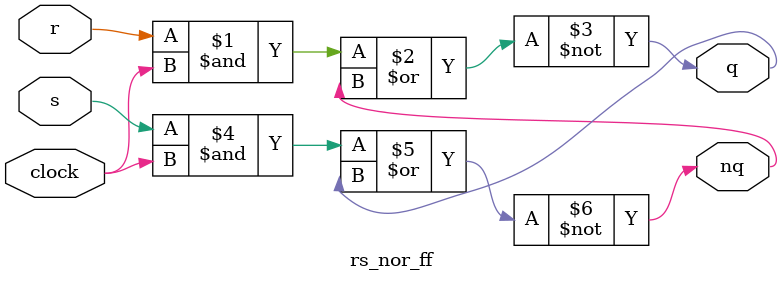
<source format=v>
`timescale 1ns / 1ps

module rs_nor_ff(
    input r,s,clock,
    output q,nq
    );
    
    assign q = ~(r&clock | nq);
    assign nq = ~(s&clock | q);

    
endmodule
</source>
